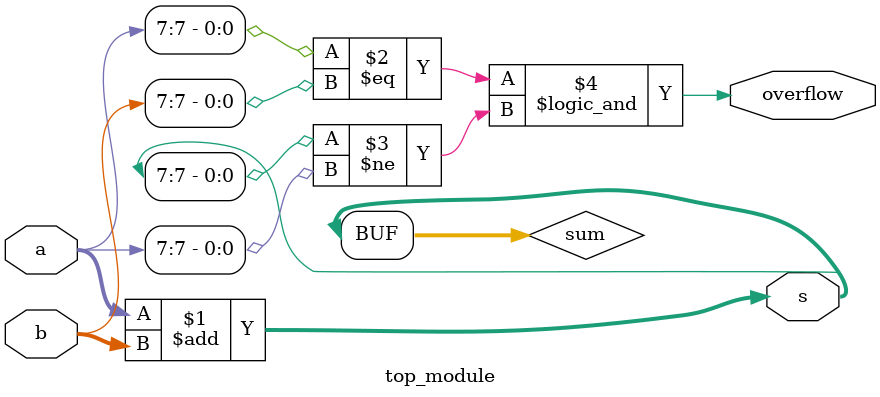
<source format=sv>
module top_module (
	input [7:0] a,
	input [7:0] b,
	output [7:0] s,
	output overflow
);
	wire [7:0] sum;
	assign sum = a + b;
	assign s = sum[7:0];
	assign overflow = ((a[7] == b[7]) && (s[7] != a[7]));
endmodule

</source>
